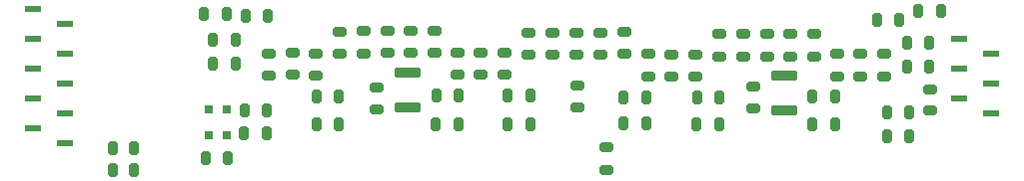
<source format=gbp>
G04 #@! TF.GenerationSoftware,KiCad,Pcbnew,7.0.7-7.0.7~ubuntu22.04.1*
G04 #@! TF.CreationDate,2024-03-13T22:54:31+01:00*
G04 #@! TF.ProjectId,flexaxe,666c6578-6178-4652-9e6b-696361645f70,rev?*
G04 #@! TF.SameCoordinates,Original*
G04 #@! TF.FileFunction,Paste,Bot*
G04 #@! TF.FilePolarity,Positive*
%FSLAX46Y46*%
G04 Gerber Fmt 4.6, Leading zero omitted, Abs format (unit mm)*
G04 Created by KiCad (PCBNEW 7.0.7-7.0.7~ubuntu22.04.1) date 2024-03-13 22:54:31*
%MOMM*%
%LPD*%
G01*
G04 APERTURE LIST*
G04 Aperture macros list*
%AMRoundRect*
0 Rectangle with rounded corners*
0 $1 Rounding radius*
0 $2 $3 $4 $5 $6 $7 $8 $9 X,Y pos of 4 corners*
0 Add a 4 corners polygon primitive as box body*
4,1,4,$2,$3,$4,$5,$6,$7,$8,$9,$2,$3,0*
0 Add four circle primitives for the rounded corners*
1,1,$1+$1,$2,$3*
1,1,$1+$1,$4,$5*
1,1,$1+$1,$6,$7*
1,1,$1+$1,$8,$9*
0 Add four rect primitives between the rounded corners*
20,1,$1+$1,$2,$3,$4,$5,0*
20,1,$1+$1,$4,$5,$6,$7,0*
20,1,$1+$1,$6,$7,$8,$9,0*
20,1,$1+$1,$8,$9,$2,$3,0*%
G04 Aperture macros list end*
%ADD10RoundRect,0.150000X-0.430000X0.250000X-0.430000X-0.250000X0.430000X-0.250000X0.430000X0.250000X0*%
%ADD11RoundRect,0.150000X-0.250000X-0.430000X0.250000X-0.430000X0.250000X0.430000X-0.250000X0.430000X0*%
%ADD12RoundRect,0.147500X-0.412500X0.262500X-0.412500X-0.262500X0.412500X-0.262500X0.412500X0.262500X0*%
%ADD13RoundRect,0.150000X0.250000X0.430000X-0.250000X0.430000X-0.250000X-0.430000X0.250000X-0.430000X0*%
%ADD14RoundRect,0.147500X-0.262500X-0.412500X0.262500X-0.412500X0.262500X0.412500X-0.262500X0.412500X0*%
%ADD15R,0.720000X0.800000*%
%ADD16RoundRect,0.135000X-0.945000X0.325000X-0.945000X-0.325000X0.945000X-0.325000X0.945000X0.325000X0*%
%ADD17R,1.440000X0.520000*%
%ADD18RoundRect,0.150000X0.430000X-0.250000X0.430000X0.250000X-0.430000X0.250000X-0.430000X-0.250000X0*%
%ADD19RoundRect,0.147500X0.262500X0.412500X-0.262500X0.412500X-0.262500X-0.412500X0.262500X-0.412500X0*%
G04 APERTURE END LIST*
D10*
X136894000Y-78357000D03*
X136894000Y-80257000D03*
D11*
X159176800Y-84080400D03*
X161076800Y-84080400D03*
X176963000Y-81422000D03*
X178863000Y-81422000D03*
D10*
X148966000Y-78533000D03*
X148966000Y-80433000D03*
X128909000Y-78467000D03*
X128909000Y-80367000D03*
D11*
X175280400Y-85322000D03*
X177180400Y-85322000D03*
D12*
X178938000Y-83373000D03*
X178938000Y-85198000D03*
X132034000Y-83237500D03*
X132034000Y-85062500D03*
D10*
X140854000Y-80250000D03*
X140854000Y-82150000D03*
X144902000Y-78533000D03*
X144902000Y-80433000D03*
D11*
X120787200Y-87128400D03*
X122687200Y-87128400D03*
D12*
X163934000Y-83137500D03*
X163934000Y-84962500D03*
D13*
X161041200Y-86315600D03*
X159141200Y-86315600D03*
D10*
X173026400Y-80342000D03*
X173026400Y-82242000D03*
X155013000Y-80372000D03*
X155013000Y-82272000D03*
X159013000Y-80422000D03*
X159013000Y-82322000D03*
X171026400Y-80342000D03*
X171026400Y-82242000D03*
D13*
X128818800Y-86315600D03*
X126918800Y-86315600D03*
D10*
X150998000Y-78533000D03*
X150998000Y-80433000D03*
D13*
X154843600Y-84029600D03*
X152943600Y-84029600D03*
D10*
X130909000Y-78417000D03*
X130909000Y-80317000D03*
D12*
X149016800Y-83066300D03*
X149016800Y-84891300D03*
D11*
X126934000Y-83978800D03*
X128834000Y-83978800D03*
D13*
X138994000Y-83928000D03*
X137094000Y-83928000D03*
D10*
X134909000Y-78367000D03*
X134909000Y-80267000D03*
D11*
X117384000Y-76950000D03*
X119284000Y-76950000D03*
D14*
X109624500Y-90244000D03*
X111449500Y-90244000D03*
D10*
X161031000Y-78660000D03*
X161031000Y-80560000D03*
X126884000Y-80300000D03*
X126884000Y-82200000D03*
X124884000Y-80250000D03*
X124884000Y-82150000D03*
X152981000Y-78467000D03*
X152981000Y-80367000D03*
D11*
X117511800Y-89213200D03*
X119411800Y-89213200D03*
D13*
X177160000Y-87331600D03*
X175260000Y-87331600D03*
D10*
X169064000Y-78650000D03*
X169064000Y-80550000D03*
D11*
X118159000Y-79150000D03*
X120059000Y-79150000D03*
D10*
X167101600Y-78660000D03*
X167101600Y-80560000D03*
D11*
X176963000Y-79412000D03*
X178863000Y-79412000D03*
D15*
X117761800Y-87238200D03*
X117761800Y-85088200D03*
X119311800Y-85088200D03*
X119311800Y-87238200D03*
D10*
X175026400Y-80342000D03*
X175026400Y-82242000D03*
X157013000Y-80422000D03*
X157013000Y-82322000D03*
D13*
X170845600Y-83978800D03*
X168945600Y-83978800D03*
D16*
X166534000Y-82175000D03*
X166534000Y-85125000D03*
D17*
X102884000Y-76535000D03*
X105584000Y-77805000D03*
X102884000Y-79075000D03*
X105584000Y-80345000D03*
X102884000Y-81615000D03*
X105584000Y-82885000D03*
X102884000Y-84155000D03*
X105584000Y-85425000D03*
X102884000Y-86695000D03*
X105584000Y-87965000D03*
D11*
X143139200Y-83928000D03*
X145039200Y-83928000D03*
D13*
X145039200Y-86315600D03*
X143139200Y-86315600D03*
D18*
X132909000Y-80267000D03*
X132909000Y-78367000D03*
D19*
X111449500Y-88339000D03*
X109624500Y-88339000D03*
D10*
X138854000Y-80250000D03*
X138854000Y-82150000D03*
D16*
X134634000Y-81975000D03*
X134634000Y-84925000D03*
D10*
X142854000Y-80250000D03*
X142854000Y-82150000D03*
X122884000Y-80300000D03*
X122884000Y-82200000D03*
D11*
X152943600Y-86264800D03*
X154843600Y-86264800D03*
X118159000Y-81150000D03*
X120059000Y-81150000D03*
D10*
X146934000Y-78533000D03*
X146934000Y-80433000D03*
X165095000Y-78660000D03*
X165095000Y-80560000D03*
D11*
X174413000Y-77422000D03*
X176313000Y-77422000D03*
D13*
X122738000Y-85150000D03*
X120838000Y-85150000D03*
D11*
X168945600Y-86315600D03*
X170845600Y-86315600D03*
X120884000Y-77150000D03*
X122784000Y-77150000D03*
D17*
X181384000Y-79075000D03*
X184084000Y-80345000D03*
X181384000Y-81615000D03*
X184084000Y-82885000D03*
X181384000Y-84155000D03*
X184084000Y-85425000D03*
D11*
X177913000Y-76689000D03*
X179813000Y-76689000D03*
D10*
X163063000Y-78682000D03*
X163063000Y-80582000D03*
X151506000Y-88312000D03*
X151506000Y-90212000D03*
D11*
X137043200Y-86366400D03*
X138943200Y-86366400D03*
M02*

</source>
